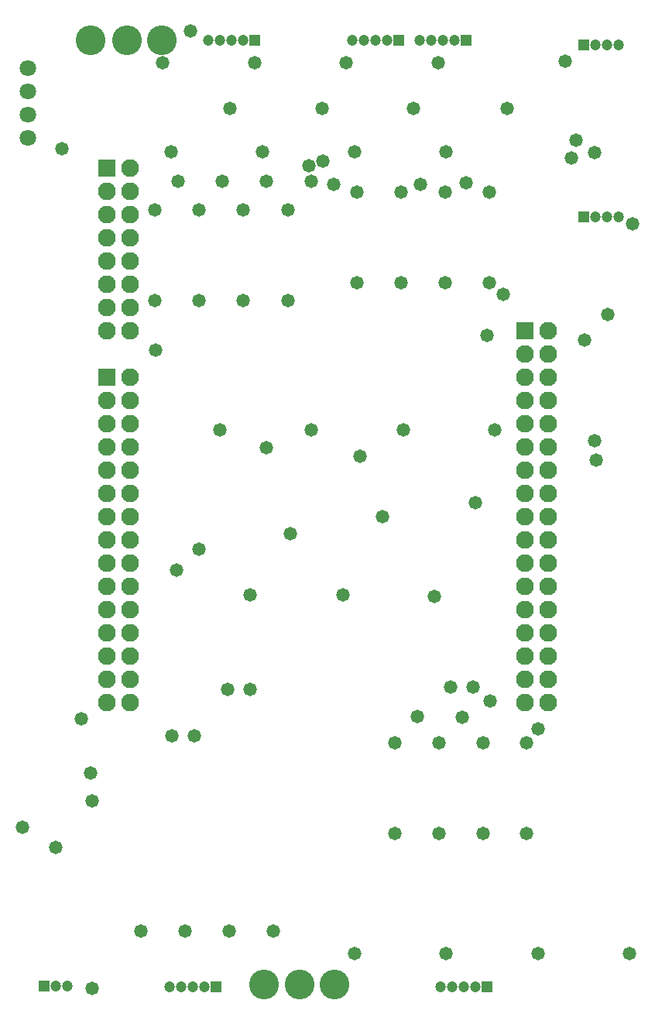
<source format=gbs>
G04*
G04 #@! TF.GenerationSoftware,Altium Limited,Altium Designer,19.1.7 (138)*
G04*
G04 Layer_Color=16711935*
%FSLAX24Y24*%
%MOIN*%
G70*
G01*
G75*
%ADD42C,0.0474*%
%ADD43R,0.0474X0.0474*%
%ADD44C,0.0710*%
%ADD45C,0.0768*%
%ADD46R,0.0768X0.0768*%
%ADD47C,0.0580*%
%ADD48C,0.1280*%
D42*
X17700Y41550D02*
D03*
X18200D02*
D03*
X18700D02*
D03*
X19200D02*
D03*
X10100D02*
D03*
X9600D02*
D03*
X9100D02*
D03*
X8600D02*
D03*
X20100Y800D02*
D03*
X19600D02*
D03*
X19100D02*
D03*
X18600D02*
D03*
X16300Y41550D02*
D03*
X15800D02*
D03*
X15300D02*
D03*
X14800D02*
D03*
X8450Y800D02*
D03*
X7950D02*
D03*
X7450D02*
D03*
X6950D02*
D03*
X26286Y41350D02*
D03*
X25786D02*
D03*
X25286D02*
D03*
X26286Y33933D02*
D03*
X25786D02*
D03*
X25286D02*
D03*
X2550Y850D02*
D03*
X2050D02*
D03*
D43*
X19700Y41550D02*
D03*
X10600D02*
D03*
X20600Y800D02*
D03*
X16800Y41550D02*
D03*
X8950Y800D02*
D03*
X24786Y41350D02*
D03*
Y33933D02*
D03*
X1550Y850D02*
D03*
D44*
X850Y40350D02*
D03*
Y39350D02*
D03*
Y38350D02*
D03*
Y37350D02*
D03*
D45*
X22252Y13047D02*
D03*
X23252D02*
D03*
X22252Y14047D02*
D03*
X23252Y20047D02*
D03*
Y21047D02*
D03*
Y24047D02*
D03*
Y25047D02*
D03*
Y28047D02*
D03*
Y27047D02*
D03*
Y26047D02*
D03*
Y23047D02*
D03*
Y22047D02*
D03*
Y19047D02*
D03*
Y18047D02*
D03*
Y17047D02*
D03*
Y16047D02*
D03*
Y15047D02*
D03*
X22252Y25047D02*
D03*
Y26047D02*
D03*
Y27047D02*
D03*
Y28047D02*
D03*
X23252Y29047D02*
D03*
X22252Y20047D02*
D03*
Y21047D02*
D03*
Y22047D02*
D03*
Y23047D02*
D03*
Y24047D02*
D03*
Y15047D02*
D03*
Y16047D02*
D03*
Y17047D02*
D03*
Y18047D02*
D03*
Y19047D02*
D03*
X23252Y14047D02*
D03*
X5252Y18047D02*
D03*
Y19047D02*
D03*
Y22047D02*
D03*
Y23047D02*
D03*
Y26047D02*
D03*
Y25047D02*
D03*
Y24047D02*
D03*
Y21047D02*
D03*
Y20047D02*
D03*
Y17047D02*
D03*
Y16047D02*
D03*
Y15047D02*
D03*
Y14047D02*
D03*
Y13047D02*
D03*
X4252Y23047D02*
D03*
Y24047D02*
D03*
Y25047D02*
D03*
Y26047D02*
D03*
X5252Y27047D02*
D03*
X4252Y18047D02*
D03*
Y19047D02*
D03*
Y20047D02*
D03*
Y21047D02*
D03*
Y22047D02*
D03*
Y13047D02*
D03*
Y14047D02*
D03*
Y15047D02*
D03*
Y16047D02*
D03*
Y17047D02*
D03*
X5252Y31047D02*
D03*
Y32047D02*
D03*
Y35047D02*
D03*
Y34047D02*
D03*
Y33047D02*
D03*
Y30047D02*
D03*
Y29047D02*
D03*
X4252Y32047D02*
D03*
Y33047D02*
D03*
Y34047D02*
D03*
Y35047D02*
D03*
X5252Y36047D02*
D03*
X4252Y29047D02*
D03*
Y30047D02*
D03*
Y31047D02*
D03*
D46*
X22252Y29047D02*
D03*
X4252Y27047D02*
D03*
Y36047D02*
D03*
D47*
X20000Y13700D02*
D03*
X19050D02*
D03*
X10400Y13600D02*
D03*
X9450D02*
D03*
X7050Y11600D02*
D03*
X8000D02*
D03*
X600Y7675D02*
D03*
X20600Y28850D02*
D03*
X21300Y30600D02*
D03*
X6650Y40576D02*
D03*
X15150Y23650D02*
D03*
X20750Y13100D02*
D03*
X11100Y24000D02*
D03*
X6350Y28200D02*
D03*
X25800Y29750D02*
D03*
X24800Y28650D02*
D03*
X7836Y41947D02*
D03*
X2318Y36870D02*
D03*
X20100Y21650D02*
D03*
X16100Y21050D02*
D03*
X12150Y20300D02*
D03*
X8200Y19650D02*
D03*
X7250Y18750D02*
D03*
X17600Y12450D02*
D03*
X25300Y23475D02*
D03*
X25250Y24300D02*
D03*
X12950Y36150D02*
D03*
X14000Y35334D02*
D03*
X13550Y36350D02*
D03*
X17750Y35350D02*
D03*
X19700Y35400D02*
D03*
X13050Y35482D02*
D03*
X11100D02*
D03*
X9200D02*
D03*
X7300D02*
D03*
X12050Y30350D02*
D03*
Y34250D02*
D03*
X8200Y30350D02*
D03*
Y34250D02*
D03*
X6300Y30350D02*
D03*
Y34250D02*
D03*
X11400Y3200D02*
D03*
X9500D02*
D03*
X7600D02*
D03*
X5700D02*
D03*
X20700Y35000D02*
D03*
Y31100D02*
D03*
X18800Y35000D02*
D03*
Y31100D02*
D03*
X16900Y35000D02*
D03*
Y31100D02*
D03*
X15000Y35000D02*
D03*
Y31100D02*
D03*
X22300Y7400D02*
D03*
Y11300D02*
D03*
X22800Y11900D02*
D03*
X20450Y7400D02*
D03*
Y11300D02*
D03*
X18550Y7400D02*
D03*
Y11300D02*
D03*
X16650Y7400D02*
D03*
Y11300D02*
D03*
X10600Y40576D02*
D03*
X14900Y2250D02*
D03*
X18850D02*
D03*
X22800D02*
D03*
X26750D02*
D03*
X7000Y36750D02*
D03*
X9550Y38600D02*
D03*
X10950Y36750D02*
D03*
X13500Y38600D02*
D03*
X14900Y36750D02*
D03*
X14550Y40576D02*
D03*
X17450Y38600D02*
D03*
X18850Y36750D02*
D03*
X18500Y40576D02*
D03*
X21478Y38609D02*
D03*
X10400Y17676D02*
D03*
X14400D02*
D03*
X18350Y17626D02*
D03*
X9100Y24774D02*
D03*
X13050D02*
D03*
X17000D02*
D03*
X19550Y12400D02*
D03*
X23986Y40650D02*
D03*
X26886Y33634D02*
D03*
X24436Y37250D02*
D03*
X25236Y36700D02*
D03*
X24236Y36483D02*
D03*
X20950Y24774D02*
D03*
X10100Y30350D02*
D03*
Y34250D02*
D03*
X3550Y10000D02*
D03*
X2050Y6800D02*
D03*
X3600Y750D02*
D03*
X3150Y12350D02*
D03*
X3600Y8800D02*
D03*
D48*
X11000Y900D02*
D03*
X12550D02*
D03*
X14050D02*
D03*
X6600Y41550D02*
D03*
X5100D02*
D03*
X3550D02*
D03*
M02*

</source>
